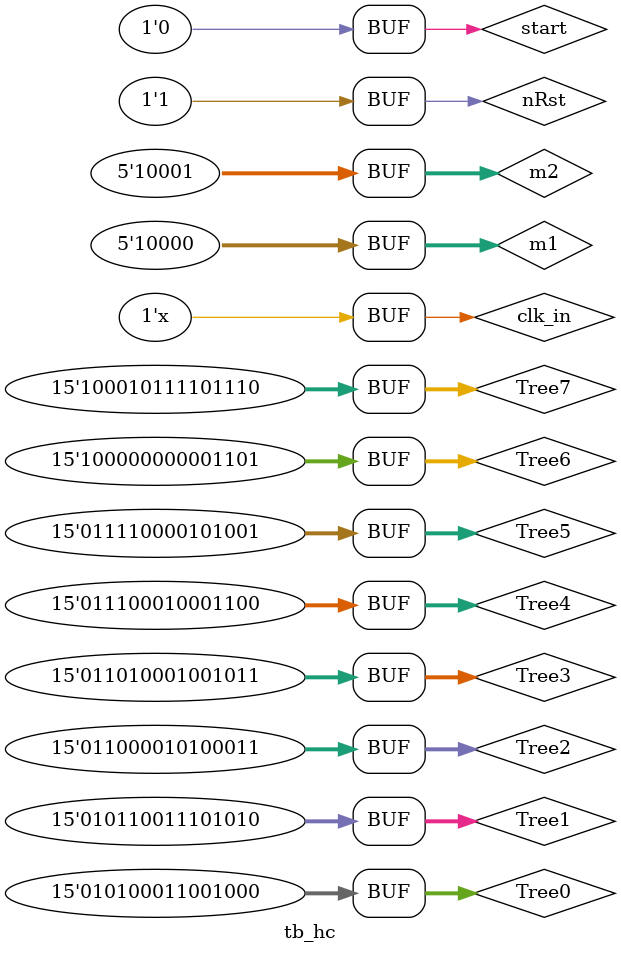
<source format=v>
`timescale 1ns / 1ps
`include "Huffman_code.v"

module tb_hc();
    reg clk_in;
    reg nRst;
    reg start;
    reg [14:0]Tree0;
    reg [14:0]Tree1;
    reg [14:0]Tree2;
    reg [14:0]Tree3;
    reg [14:0]Tree4;
    reg [14:0]Tree5;
    reg [14:0]Tree6;
    reg [14:0]Tree7;
    reg [4:0]m1;
    reg [4:0]m2;

    wire [12:0]Code0;
    wire [12:0]Code1;
    wire [12:0]Code2;
    wire [12:0]Code3;
    wire [12:0]Code4;
    wire [12:0]Code5;
    wire [12:0]Code6;
    wire [12:0]Code7;
    wire [12:0]Code8;
    wire [12:0]Code9;
    wire Fin;

    Huffman_code uut(
        .Clk_in(clk_in),
        .n_Rst(nRst),
        .Start_code(start),
        .Tree0(Tree0),
        .Tree1(Tree1),
        .Tree2(Tree2),
        .Tree3(Tree3),
        .Tree4(Tree4),
        .Tree5(Tree5),
        .Tree6(Tree6),
        .Tree7(Tree7),
        .m1(m1),
        .m2(m2),
        .Code0(Code0),
        .Code1(Code1),
        .Code2(Code2),
        .Code3(Code3),
        .Code4(Code4),
        .Code5(Code5),
        .Code6(Code6),
        .Code7(Code7),
        .Code8(Code8),
        .Code9(Code9),
        .Fin(Fin)
    );

    initial begin
        clk_in = 0;
        nRst = 0;
        start = 0;
        //input data [53, 40, 26, 14, 38, 23, 7, 12, 4, 39]
        Tree0=15'h28c8;
        Tree1=15'h2cea;
        Tree2=15'h30a3;
        Tree3=15'h344b;
        Tree4=15'h388c;
        Tree5=15'h3c29;
        Tree6=15'h400d;
        Tree7=15'h45ee;
        m1=16;
        m2=17;

/*        Tree0=15'h0008;
        Tree1=0;
        Tree1=0;
        Tree1=0;
        Tree1=0;
        Tree1=0;
        Tree1=0;
        Tree1=0;
        m1=5'h1f;
        m2=0;*/

        #500;
        nRst = 1;

        start = 1;
        #200;
        start = 0;

    end

    always #5 clk_in = ~clk_in;

endmodule

</source>
